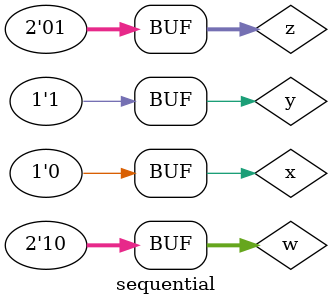
<source format=v>
module sequential;

//Illustration 2: Sequential blocks with delay.
reg x, y;
reg [1:0] z, w;

initial
        $monitor($time, " x = %b, y = %b, z = %b, w = %b\n",
											  x, y, z, w);

initial
begin
        x = 1'b0; //completes at simulation time 0
        #5 y = 1'b1; //completes at simulation time 5
        #10 z = {x, y}; //completes at simulation time 15
        #20 w = {y, x}; //completes at simulation time 35
end


endmodule

</source>
